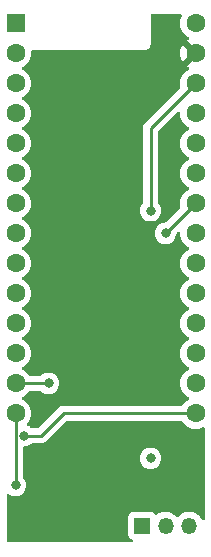
<source format=gbr>
%TF.GenerationSoftware,KiCad,Pcbnew,(6.0.2-0)*%
%TF.CreationDate,2022-03-30T15:17:53-04:00*%
%TF.ProjectId,dream_controller,64726561-6d5f-4636-9f6e-74726f6c6c65,rev?*%
%TF.SameCoordinates,Original*%
%TF.FileFunction,Copper,L2,Bot*%
%TF.FilePolarity,Positive*%
%FSLAX46Y46*%
G04 Gerber Fmt 4.6, Leading zero omitted, Abs format (unit mm)*
G04 Created by KiCad (PCBNEW (6.0.2-0)) date 2022-03-30 15:17:53*
%MOMM*%
%LPD*%
G01*
G04 APERTURE LIST*
%TA.AperFunction,ComponentPad*%
%ADD10R,1.600000X1.600000*%
%TD*%
%TA.AperFunction,ComponentPad*%
%ADD11C,1.600000*%
%TD*%
%TA.AperFunction,ComponentPad*%
%ADD12R,1.350000X1.350000*%
%TD*%
%TA.AperFunction,ComponentPad*%
%ADD13O,1.350000X1.350000*%
%TD*%
%TA.AperFunction,ViaPad*%
%ADD14C,0.800000*%
%TD*%
%TA.AperFunction,Conductor*%
%ADD15C,0.250000*%
%TD*%
G04 APERTURE END LIST*
D10*
%TO.P,U1,1,GND*%
%TO.N,GND*%
X127000000Y-86360000D03*
D11*
%TO.P,U1,2,0_RX1_MOSI1_Touch*%
%TO.N,/DAC_DATA*%
X127000000Y-88900000D03*
%TO.P,U1,3,1_TX1_MISO1_Touch*%
%TO.N,unconnected-(U1-Pad3)*%
X127000000Y-91440000D03*
%TO.P,U1,4,2*%
%TO.N,/DAC_LATCH*%
X127000000Y-93980000D03*
%TO.P,U1,5,3_RX1_PWM_Touch*%
%TO.N,unconnected-(U1-Pad5)*%
X127000000Y-96520000D03*
%TO.P,U1,6,4_TX1_PWM_Touch*%
%TO.N,unconnected-(U1-Pad6)*%
X127000000Y-99060000D03*
%TO.P,U1,7,5_TX1_MISO1*%
%TO.N,unconnected-(U1-Pad7)*%
X127000000Y-101600000D03*
%TO.P,U1,8,6_RX3_CS1_PWM*%
%TO.N,unconnected-(U1-Pad8)*%
X127000000Y-104140000D03*
%TO.P,U1,9,7_RX3_MOSI0*%
%TO.N,unconnected-(U1-Pad9)*%
X127000000Y-106680000D03*
%TO.P,U1,10,8_TX3_MISO0*%
%TO.N,unconnected-(U1-Pad10)*%
X127000000Y-109220000D03*
%TO.P,U1,11,9_RX2_PWM*%
%TO.N,/CAP_DR*%
X127000000Y-111760000D03*
%TO.P,U1,12,10_TX2_CS0_PWM*%
%TO.N,/CAP_CS*%
X127000000Y-114300000D03*
%TO.P,U1,13,11_MOSI0*%
%TO.N,/CAP_COPI*%
X127000000Y-116840000D03*
%TO.P,U1,14,12_MISO0*%
%TO.N,/CAP_CIPO*%
X127000000Y-119380000D03*
%TO.P,U1,20,13_LED_SCK0*%
%TO.N,/CAP_CLK*%
X142240000Y-119380000D03*
%TO.P,U1,21,14_A0_SCK0*%
%TO.N,unconnected-(U1-Pad21)*%
X142240000Y-116840000D03*
%TO.P,U1,22,15_A1_Touch*%
%TO.N,unconnected-(U1-Pad22)*%
X142240000Y-114300000D03*
%TO.P,U1,23,16_A2_SCL0_PWM_Touch*%
%TO.N,unconnected-(U1-Pad23)*%
X142240000Y-111760000D03*
%TO.P,U1,24,17_A3_SDA0_PWM_Touch*%
%TO.N,unconnected-(U1-Pad24)*%
X142240000Y-109220000D03*
%TO.P,U1,25,18_A4_SDA0_Touch*%
%TO.N,unconnected-(U1-Pad25)*%
X142240000Y-106680000D03*
%TO.P,U1,26,19_A5_SCL0_Touch*%
%TO.N,unconnected-(U1-Pad26)*%
X142240000Y-104140000D03*
%TO.P,U1,27,20_A6_SCK1_PWM_TX3*%
%TO.N,/DAC_CLK*%
X142240000Y-101600000D03*
%TO.P,U1,28,21_A7_MOSI1_RX1*%
%TO.N,unconnected-(U1-Pad28)*%
X142240000Y-99060000D03*
%TO.P,U1,29,22_A8_SCL1_PWM_Touch*%
%TO.N,unconnected-(U1-Pad29)*%
X142240000Y-96520000D03*
%TO.P,U1,30,23_A9_SDA1_PWM_Touch*%
%TO.N,unconnected-(U1-Pad30)*%
X142240000Y-93980000D03*
%TO.P,U1,31,3.3V*%
%TO.N,+3V3*%
X142240000Y-91440000D03*
%TO.P,U1,32,GND*%
%TO.N,GND*%
X142240000Y-88900000D03*
%TO.P,U1,33,Vin*%
%TO.N,/VIN*%
X142240000Y-86360000D03*
%TD*%
D12*
%TO.P,J2,1,Pin_1*%
%TO.N,/VREF*%
X137700000Y-128905000D03*
D13*
%TO.P,J2,2,Pin_2*%
%TO.N,/POT_X*%
X139700000Y-128905000D03*
%TO.P,J2,3,Pin_3*%
%TO.N,/POT_Y*%
X141700000Y-128905000D03*
%TD*%
D14*
%TO.N,+3V3*%
X138430000Y-123190000D03*
X138430000Y-102235000D03*
%TO.N,GND*%
X138176000Y-125476000D03*
X132080000Y-120650000D03*
X129540000Y-93980000D03*
X139700000Y-87630000D03*
X133350000Y-97790000D03*
X136525000Y-100965000D03*
X140335000Y-95250000D03*
X134620000Y-114300000D03*
X132080000Y-111760000D03*
X129540000Y-109220000D03*
X129540000Y-104140000D03*
X135255000Y-120650000D03*
X139700000Y-90170000D03*
X137160000Y-97155000D03*
X134620000Y-109220000D03*
X129540000Y-99060000D03*
X131445000Y-118110000D03*
X140335000Y-97790000D03*
X132080000Y-106680000D03*
X132334000Y-125259500D03*
X141170107Y-125039994D03*
X140335000Y-100330000D03*
X129286000Y-89408000D03*
X134620000Y-104140000D03*
X135255000Y-118110000D03*
%TO.N,/CAP_COPI*%
X129794000Y-116840000D03*
%TO.N,/CAP_CIPO*%
X127000000Y-125476000D03*
%TO.N,/CAP_CLK*%
X127724500Y-121285000D03*
%TO.N,/DAC_CLK*%
X139700000Y-104140000D03*
%TD*%
D15*
%TO.N,+3V3*%
X138430000Y-102235000D02*
X138430000Y-95250000D01*
X138430000Y-95250000D02*
X142240000Y-91440000D01*
%TO.N,/CAP_COPI*%
X129794000Y-116840000D02*
X127000000Y-116840000D01*
%TO.N,/CAP_CIPO*%
X127000000Y-125476000D02*
X127000000Y-119380000D01*
%TO.N,/CAP_CLK*%
X131064000Y-119380000D02*
X142240000Y-119380000D01*
X127724500Y-121285000D02*
X129159000Y-121285000D01*
X129159000Y-121285000D02*
X131064000Y-119380000D01*
%TO.N,/DAC_CLK*%
X139700000Y-104140000D02*
X142240000Y-101600000D01*
%TD*%
%TA.AperFunction,Conductor*%
%TO.N,GND*%
G36*
X141088727Y-120033502D02*
G01*
X141123819Y-120067229D01*
X141233802Y-120224300D01*
X141395700Y-120386198D01*
X141400208Y-120389355D01*
X141400211Y-120389357D01*
X141460356Y-120431471D01*
X141583251Y-120517523D01*
X141588233Y-120519846D01*
X141588238Y-120519849D01*
X141773279Y-120606134D01*
X141790757Y-120614284D01*
X141796065Y-120615706D01*
X141796067Y-120615707D01*
X142006598Y-120672119D01*
X142006600Y-120672119D01*
X142011913Y-120673543D01*
X142240000Y-120693498D01*
X142468087Y-120673543D01*
X142473400Y-120672119D01*
X142473402Y-120672119D01*
X142683933Y-120615707D01*
X142683935Y-120615706D01*
X142689243Y-120614284D01*
X142715040Y-120602255D01*
X142822750Y-120552029D01*
X142892942Y-120541368D01*
X142957755Y-120570348D01*
X142996611Y-120629768D01*
X143002000Y-120666224D01*
X143002000Y-128328766D01*
X142981998Y-128396887D01*
X142928342Y-128443380D01*
X142858068Y-128453484D01*
X142793488Y-128423990D01*
X142762994Y-128384494D01*
X142715978Y-128289155D01*
X142713423Y-128283974D01*
X142600100Y-128132215D01*
X142586733Y-128114315D01*
X142586732Y-128114314D01*
X142583280Y-128109691D01*
X142455641Y-127991703D01*
X142427796Y-127965963D01*
X142427793Y-127965961D01*
X142423556Y-127962044D01*
X142239599Y-127845976D01*
X142037572Y-127765376D01*
X141824239Y-127722941D01*
X141818464Y-127722865D01*
X141818460Y-127722865D01*
X141709419Y-127721438D01*
X141606746Y-127720094D01*
X141601049Y-127721073D01*
X141601048Y-127721073D01*
X141398065Y-127755952D01*
X141398062Y-127755953D01*
X141392375Y-127756930D01*
X141188307Y-127832214D01*
X141001376Y-127943427D01*
X140837842Y-128086842D01*
X140834270Y-128091372D01*
X140834269Y-128091374D01*
X140800007Y-128134834D01*
X140742125Y-128175947D01*
X140671205Y-128179239D01*
X140609763Y-128143667D01*
X140600100Y-128132215D01*
X140586737Y-128114319D01*
X140586730Y-128114312D01*
X140583280Y-128109691D01*
X140455641Y-127991703D01*
X140427796Y-127965963D01*
X140427793Y-127965961D01*
X140423556Y-127962044D01*
X140239599Y-127845976D01*
X140037572Y-127765376D01*
X139824239Y-127722941D01*
X139818464Y-127722865D01*
X139818460Y-127722865D01*
X139709419Y-127721438D01*
X139606746Y-127720094D01*
X139601049Y-127721073D01*
X139601048Y-127721073D01*
X139398065Y-127755952D01*
X139398062Y-127755953D01*
X139392375Y-127756930D01*
X139188307Y-127832214D01*
X139001376Y-127943427D01*
X138997032Y-127947237D01*
X138979592Y-127962531D01*
X138915188Y-127992408D01*
X138844855Y-127982722D01*
X138795689Y-127943365D01*
X138793522Y-127940473D01*
X138738261Y-127866739D01*
X138621705Y-127779385D01*
X138485316Y-127728255D01*
X138423134Y-127721500D01*
X136976866Y-127721500D01*
X136914684Y-127728255D01*
X136778295Y-127779385D01*
X136661739Y-127866739D01*
X136574385Y-127983295D01*
X136523255Y-128119684D01*
X136516500Y-128181866D01*
X136516500Y-129628134D01*
X136523255Y-129690316D01*
X136574385Y-129826705D01*
X136661739Y-129943261D01*
X136778295Y-130030615D01*
X136786703Y-130033767D01*
X136851392Y-130058018D01*
X136908156Y-130100660D01*
X136932856Y-130167221D01*
X136917648Y-130236570D01*
X136867362Y-130286688D01*
X136807162Y-130302000D01*
X126364000Y-130302000D01*
X126295879Y-130281998D01*
X126249386Y-130228342D01*
X126238000Y-130176000D01*
X126238000Y-126292631D01*
X126258002Y-126224510D01*
X126311658Y-126178017D01*
X126381932Y-126167913D01*
X126438061Y-126190695D01*
X126543248Y-126267118D01*
X126549276Y-126269802D01*
X126549278Y-126269803D01*
X126600551Y-126292631D01*
X126717712Y-126344794D01*
X126811113Y-126364647D01*
X126898056Y-126383128D01*
X126898061Y-126383128D01*
X126904513Y-126384500D01*
X127095487Y-126384500D01*
X127101939Y-126383128D01*
X127101944Y-126383128D01*
X127188887Y-126364647D01*
X127282288Y-126344794D01*
X127399449Y-126292631D01*
X127450722Y-126269803D01*
X127450724Y-126269802D01*
X127456752Y-126267118D01*
X127611253Y-126154866D01*
X127739040Y-126012944D01*
X127834527Y-125847556D01*
X127893542Y-125665928D01*
X127913504Y-125476000D01*
X127893542Y-125286072D01*
X127834527Y-125104444D01*
X127739040Y-124939056D01*
X127665863Y-124857785D01*
X127635147Y-124793779D01*
X127633500Y-124773476D01*
X127633500Y-123190000D01*
X137516496Y-123190000D01*
X137536458Y-123379928D01*
X137595473Y-123561556D01*
X137690960Y-123726944D01*
X137818747Y-123868866D01*
X137973248Y-123981118D01*
X137979276Y-123983802D01*
X137979278Y-123983803D01*
X138141681Y-124056109D01*
X138147712Y-124058794D01*
X138241112Y-124078647D01*
X138328056Y-124097128D01*
X138328061Y-124097128D01*
X138334513Y-124098500D01*
X138525487Y-124098500D01*
X138531939Y-124097128D01*
X138531944Y-124097128D01*
X138618888Y-124078647D01*
X138712288Y-124058794D01*
X138718319Y-124056109D01*
X138880722Y-123983803D01*
X138880724Y-123983802D01*
X138886752Y-123981118D01*
X139041253Y-123868866D01*
X139169040Y-123726944D01*
X139264527Y-123561556D01*
X139323542Y-123379928D01*
X139343504Y-123190000D01*
X139323542Y-123000072D01*
X139264527Y-122818444D01*
X139169040Y-122653056D01*
X139041253Y-122511134D01*
X138886752Y-122398882D01*
X138880724Y-122396198D01*
X138880722Y-122396197D01*
X138718319Y-122323891D01*
X138718318Y-122323891D01*
X138712288Y-122321206D01*
X138618887Y-122301353D01*
X138531944Y-122282872D01*
X138531939Y-122282872D01*
X138525487Y-122281500D01*
X138334513Y-122281500D01*
X138328061Y-122282872D01*
X138328056Y-122282872D01*
X138241113Y-122301353D01*
X138147712Y-122321206D01*
X138141682Y-122323891D01*
X138141681Y-122323891D01*
X137979278Y-122396197D01*
X137979276Y-122396198D01*
X137973248Y-122398882D01*
X137818747Y-122511134D01*
X137690960Y-122653056D01*
X137595473Y-122818444D01*
X137536458Y-123000072D01*
X137516496Y-123190000D01*
X127633500Y-123190000D01*
X127633500Y-122319500D01*
X127653502Y-122251379D01*
X127707158Y-122204886D01*
X127759500Y-122193500D01*
X127819987Y-122193500D01*
X127826439Y-122192128D01*
X127826444Y-122192128D01*
X127913388Y-122173647D01*
X128006788Y-122153794D01*
X128012819Y-122151109D01*
X128175222Y-122078803D01*
X128175224Y-122078802D01*
X128181252Y-122076118D01*
X128335753Y-121963866D01*
X128340168Y-121958963D01*
X128345080Y-121954540D01*
X128346205Y-121955789D01*
X128399514Y-121922949D01*
X128432700Y-121918500D01*
X129080233Y-121918500D01*
X129091416Y-121919027D01*
X129098909Y-121920702D01*
X129106835Y-121920453D01*
X129106836Y-121920453D01*
X129166986Y-121918562D01*
X129170945Y-121918500D01*
X129198856Y-121918500D01*
X129202791Y-121918003D01*
X129202856Y-121917995D01*
X129214693Y-121917062D01*
X129246951Y-121916048D01*
X129250970Y-121915922D01*
X129258889Y-121915673D01*
X129278343Y-121910021D01*
X129297700Y-121906013D01*
X129309930Y-121904468D01*
X129309931Y-121904468D01*
X129317797Y-121903474D01*
X129325168Y-121900555D01*
X129325170Y-121900555D01*
X129358912Y-121887196D01*
X129370142Y-121883351D01*
X129404983Y-121873229D01*
X129404984Y-121873229D01*
X129412593Y-121871018D01*
X129419412Y-121866985D01*
X129419417Y-121866983D01*
X129430028Y-121860707D01*
X129447776Y-121852012D01*
X129466617Y-121844552D01*
X129502387Y-121818564D01*
X129512307Y-121812048D01*
X129543535Y-121793580D01*
X129543538Y-121793578D01*
X129550362Y-121789542D01*
X129564683Y-121775221D01*
X129579717Y-121762380D01*
X129589694Y-121755131D01*
X129596107Y-121750472D01*
X129624298Y-121716395D01*
X129632288Y-121707616D01*
X131289500Y-120050405D01*
X131351812Y-120016379D01*
X131378595Y-120013500D01*
X141020606Y-120013500D01*
X141088727Y-120033502D01*
G37*
%TD.AperFunction*%
%TA.AperFunction,Conductor*%
G36*
X141021897Y-85618002D02*
G01*
X141068390Y-85671658D01*
X141078494Y-85741932D01*
X141067971Y-85777250D01*
X141005716Y-85910757D01*
X140946457Y-86131913D01*
X140926502Y-86360000D01*
X140946457Y-86588087D01*
X141005716Y-86809243D01*
X141008039Y-86814224D01*
X141008039Y-86814225D01*
X141100151Y-87011762D01*
X141100154Y-87011767D01*
X141102477Y-87016749D01*
X141233802Y-87204300D01*
X141395700Y-87366198D01*
X141400208Y-87369355D01*
X141400211Y-87369357D01*
X141478000Y-87423825D01*
X141583251Y-87497523D01*
X141588233Y-87499846D01*
X141588238Y-87499849D01*
X141623049Y-87516081D01*
X141676334Y-87562998D01*
X141695795Y-87631275D01*
X141675253Y-87699235D01*
X141623049Y-87744471D01*
X141588489Y-87760586D01*
X141578994Y-87766069D01*
X141526952Y-87802509D01*
X141518576Y-87812988D01*
X141525644Y-87826434D01*
X142510115Y-88810905D01*
X142544141Y-88873217D01*
X142539076Y-88944032D01*
X142510115Y-88989095D01*
X141524923Y-89974287D01*
X141518493Y-89986062D01*
X141527789Y-89998077D01*
X141578994Y-90033931D01*
X141588489Y-90039414D01*
X141623049Y-90055529D01*
X141676334Y-90102446D01*
X141695795Y-90170723D01*
X141675253Y-90238683D01*
X141623049Y-90283919D01*
X141588238Y-90300151D01*
X141588233Y-90300154D01*
X141583251Y-90302477D01*
X141478389Y-90375902D01*
X141400211Y-90430643D01*
X141400208Y-90430645D01*
X141395700Y-90433802D01*
X141233802Y-90595700D01*
X141102477Y-90783251D01*
X141100154Y-90788233D01*
X141100151Y-90788238D01*
X141008039Y-90985775D01*
X141005716Y-90990757D01*
X140946457Y-91211913D01*
X140926502Y-91440000D01*
X140946457Y-91668087D01*
X140947880Y-91673398D01*
X140947882Y-91673409D01*
X140963459Y-91731541D01*
X140961770Y-91802517D01*
X140930848Y-91853248D01*
X138037747Y-94746348D01*
X138029461Y-94753888D01*
X138022982Y-94758000D01*
X138017557Y-94763777D01*
X137976357Y-94807651D01*
X137973602Y-94810493D01*
X137953865Y-94830230D01*
X137951385Y-94833427D01*
X137943682Y-94842447D01*
X137913414Y-94874679D01*
X137909595Y-94881625D01*
X137909593Y-94881628D01*
X137903652Y-94892434D01*
X137892801Y-94908953D01*
X137880386Y-94924959D01*
X137877241Y-94932228D01*
X137877238Y-94932232D01*
X137862826Y-94965537D01*
X137857609Y-94976187D01*
X137836305Y-95014940D01*
X137834334Y-95022615D01*
X137834334Y-95022616D01*
X137831267Y-95034562D01*
X137824863Y-95053266D01*
X137816819Y-95071855D01*
X137815580Y-95079678D01*
X137815577Y-95079688D01*
X137809901Y-95115524D01*
X137807495Y-95127144D01*
X137798472Y-95162289D01*
X137796500Y-95169970D01*
X137796500Y-95190224D01*
X137794949Y-95209934D01*
X137791780Y-95229943D01*
X137792526Y-95237835D01*
X137795941Y-95273961D01*
X137796500Y-95285819D01*
X137796500Y-101532476D01*
X137776498Y-101600597D01*
X137764142Y-101616779D01*
X137690960Y-101698056D01*
X137595473Y-101863444D01*
X137536458Y-102045072D01*
X137516496Y-102235000D01*
X137536458Y-102424928D01*
X137595473Y-102606556D01*
X137690960Y-102771944D01*
X137818747Y-102913866D01*
X137973248Y-103026118D01*
X137979276Y-103028802D01*
X137979278Y-103028803D01*
X138085678Y-103076175D01*
X138147712Y-103103794D01*
X138241113Y-103123647D01*
X138328056Y-103142128D01*
X138328061Y-103142128D01*
X138334513Y-103143500D01*
X138525487Y-103143500D01*
X138531939Y-103142128D01*
X138531944Y-103142128D01*
X138618888Y-103123647D01*
X138712288Y-103103794D01*
X138774322Y-103076175D01*
X138880722Y-103028803D01*
X138880724Y-103028802D01*
X138886752Y-103026118D01*
X139041253Y-102913866D01*
X139169040Y-102771944D01*
X139264527Y-102606556D01*
X139323542Y-102424928D01*
X139343504Y-102235000D01*
X139323542Y-102045072D01*
X139264527Y-101863444D01*
X139169040Y-101698056D01*
X139095863Y-101616785D01*
X139065147Y-101552779D01*
X139063500Y-101532476D01*
X139063500Y-95564594D01*
X139083502Y-95496473D01*
X139100405Y-95475499D01*
X140713411Y-93862493D01*
X140775723Y-93828467D01*
X140846538Y-93833532D01*
X140903374Y-93876079D01*
X140928185Y-93942599D01*
X140928026Y-93962570D01*
X140926981Y-93974514D01*
X140926981Y-93974525D01*
X140926502Y-93980000D01*
X140946457Y-94208087D01*
X141005716Y-94429243D01*
X141008039Y-94434224D01*
X141008039Y-94434225D01*
X141100151Y-94631762D01*
X141100154Y-94631767D01*
X141102477Y-94636749D01*
X141233802Y-94824300D01*
X141395700Y-94986198D01*
X141400208Y-94989355D01*
X141400211Y-94989357D01*
X141447710Y-95022616D01*
X141583251Y-95117523D01*
X141588233Y-95119846D01*
X141588238Y-95119849D01*
X141622457Y-95135805D01*
X141675742Y-95182722D01*
X141695203Y-95250999D01*
X141674661Y-95318959D01*
X141622457Y-95364195D01*
X141588238Y-95380151D01*
X141588233Y-95380154D01*
X141583251Y-95382477D01*
X141478389Y-95455902D01*
X141400211Y-95510643D01*
X141400208Y-95510645D01*
X141395700Y-95513802D01*
X141233802Y-95675700D01*
X141102477Y-95863251D01*
X141100154Y-95868233D01*
X141100151Y-95868238D01*
X141008039Y-96065775D01*
X141005716Y-96070757D01*
X140946457Y-96291913D01*
X140926502Y-96520000D01*
X140946457Y-96748087D01*
X141005716Y-96969243D01*
X141008039Y-96974224D01*
X141008039Y-96974225D01*
X141100151Y-97171762D01*
X141100154Y-97171767D01*
X141102477Y-97176749D01*
X141233802Y-97364300D01*
X141395700Y-97526198D01*
X141400208Y-97529355D01*
X141400211Y-97529357D01*
X141478000Y-97583825D01*
X141583251Y-97657523D01*
X141588233Y-97659846D01*
X141588238Y-97659849D01*
X141622457Y-97675805D01*
X141675742Y-97722722D01*
X141695203Y-97790999D01*
X141674661Y-97858959D01*
X141622457Y-97904195D01*
X141588238Y-97920151D01*
X141588233Y-97920154D01*
X141583251Y-97922477D01*
X141478389Y-97995902D01*
X141400211Y-98050643D01*
X141400208Y-98050645D01*
X141395700Y-98053802D01*
X141233802Y-98215700D01*
X141102477Y-98403251D01*
X141100154Y-98408233D01*
X141100151Y-98408238D01*
X141008039Y-98605775D01*
X141005716Y-98610757D01*
X140946457Y-98831913D01*
X140926502Y-99060000D01*
X140946457Y-99288087D01*
X141005716Y-99509243D01*
X141008039Y-99514224D01*
X141008039Y-99514225D01*
X141100151Y-99711762D01*
X141100154Y-99711767D01*
X141102477Y-99716749D01*
X141233802Y-99904300D01*
X141395700Y-100066198D01*
X141400208Y-100069355D01*
X141400211Y-100069357D01*
X141478000Y-100123825D01*
X141583251Y-100197523D01*
X141588233Y-100199846D01*
X141588238Y-100199849D01*
X141622457Y-100215805D01*
X141675742Y-100262722D01*
X141695203Y-100330999D01*
X141674661Y-100398959D01*
X141622457Y-100444195D01*
X141588238Y-100460151D01*
X141588233Y-100460154D01*
X141583251Y-100462477D01*
X141478389Y-100535902D01*
X141400211Y-100590643D01*
X141400208Y-100590645D01*
X141395700Y-100593802D01*
X141233802Y-100755700D01*
X141102477Y-100943251D01*
X141100154Y-100948233D01*
X141100151Y-100948238D01*
X141008039Y-101145775D01*
X141005716Y-101150757D01*
X140946457Y-101371913D01*
X140926502Y-101600000D01*
X140946457Y-101828087D01*
X140963460Y-101891541D01*
X140961770Y-101962518D01*
X140930848Y-102013247D01*
X139749500Y-103194595D01*
X139687188Y-103228621D01*
X139660405Y-103231500D01*
X139604513Y-103231500D01*
X139598061Y-103232872D01*
X139598056Y-103232872D01*
X139511113Y-103251353D01*
X139417712Y-103271206D01*
X139411682Y-103273891D01*
X139411681Y-103273891D01*
X139249278Y-103346197D01*
X139249276Y-103346198D01*
X139243248Y-103348882D01*
X139088747Y-103461134D01*
X138960960Y-103603056D01*
X138865473Y-103768444D01*
X138806458Y-103950072D01*
X138805768Y-103956633D01*
X138805768Y-103956635D01*
X138801890Y-103993532D01*
X138786496Y-104140000D01*
X138806458Y-104329928D01*
X138865473Y-104511556D01*
X138960960Y-104676944D01*
X139088747Y-104818866D01*
X139243248Y-104931118D01*
X139249276Y-104933802D01*
X139249278Y-104933803D01*
X139352565Y-104979789D01*
X139417712Y-105008794D01*
X139511113Y-105028647D01*
X139598056Y-105047128D01*
X139598061Y-105047128D01*
X139604513Y-105048500D01*
X139795487Y-105048500D01*
X139801939Y-105047128D01*
X139801944Y-105047128D01*
X139888888Y-105028647D01*
X139982288Y-105008794D01*
X140047435Y-104979789D01*
X140150722Y-104933803D01*
X140150724Y-104933802D01*
X140156752Y-104931118D01*
X140311253Y-104818866D01*
X140439040Y-104676944D01*
X140534527Y-104511556D01*
X140593542Y-104329928D01*
X140610907Y-104164706D01*
X140637920Y-104099050D01*
X140647122Y-104088782D01*
X140713411Y-104022493D01*
X140775723Y-103988467D01*
X140846538Y-103993532D01*
X140903374Y-104036079D01*
X140928185Y-104102599D01*
X140928026Y-104122570D01*
X140926981Y-104134514D01*
X140926981Y-104134525D01*
X140926502Y-104140000D01*
X140946457Y-104368087D01*
X140947881Y-104373400D01*
X140947881Y-104373402D01*
X140983216Y-104505271D01*
X141005716Y-104589243D01*
X141008039Y-104594224D01*
X141008039Y-104594225D01*
X141100151Y-104791762D01*
X141100154Y-104791767D01*
X141102477Y-104796749D01*
X141175902Y-104901611D01*
X141198444Y-104933803D01*
X141233802Y-104984300D01*
X141395700Y-105146198D01*
X141400208Y-105149355D01*
X141400211Y-105149357D01*
X141478000Y-105203825D01*
X141583251Y-105277523D01*
X141588233Y-105279846D01*
X141588238Y-105279849D01*
X141622457Y-105295805D01*
X141675742Y-105342722D01*
X141695203Y-105410999D01*
X141674661Y-105478959D01*
X141622457Y-105524195D01*
X141588238Y-105540151D01*
X141588233Y-105540154D01*
X141583251Y-105542477D01*
X141478389Y-105615902D01*
X141400211Y-105670643D01*
X141400208Y-105670645D01*
X141395700Y-105673802D01*
X141233802Y-105835700D01*
X141102477Y-106023251D01*
X141100154Y-106028233D01*
X141100151Y-106028238D01*
X141008039Y-106225775D01*
X141005716Y-106230757D01*
X140946457Y-106451913D01*
X140926502Y-106680000D01*
X140946457Y-106908087D01*
X141005716Y-107129243D01*
X141008039Y-107134224D01*
X141008039Y-107134225D01*
X141100151Y-107331762D01*
X141100154Y-107331767D01*
X141102477Y-107336749D01*
X141233802Y-107524300D01*
X141395700Y-107686198D01*
X141400208Y-107689355D01*
X141400211Y-107689357D01*
X141478000Y-107743825D01*
X141583251Y-107817523D01*
X141588233Y-107819846D01*
X141588238Y-107819849D01*
X141622457Y-107835805D01*
X141675742Y-107882722D01*
X141695203Y-107950999D01*
X141674661Y-108018959D01*
X141622457Y-108064195D01*
X141588238Y-108080151D01*
X141588233Y-108080154D01*
X141583251Y-108082477D01*
X141478389Y-108155902D01*
X141400211Y-108210643D01*
X141400208Y-108210645D01*
X141395700Y-108213802D01*
X141233802Y-108375700D01*
X141102477Y-108563251D01*
X141100154Y-108568233D01*
X141100151Y-108568238D01*
X141008039Y-108765775D01*
X141005716Y-108770757D01*
X140946457Y-108991913D01*
X140926502Y-109220000D01*
X140946457Y-109448087D01*
X141005716Y-109669243D01*
X141008039Y-109674224D01*
X141008039Y-109674225D01*
X141100151Y-109871762D01*
X141100154Y-109871767D01*
X141102477Y-109876749D01*
X141233802Y-110064300D01*
X141395700Y-110226198D01*
X141400208Y-110229355D01*
X141400211Y-110229357D01*
X141478000Y-110283825D01*
X141583251Y-110357523D01*
X141588233Y-110359846D01*
X141588238Y-110359849D01*
X141622457Y-110375805D01*
X141675742Y-110422722D01*
X141695203Y-110490999D01*
X141674661Y-110558959D01*
X141622457Y-110604195D01*
X141588238Y-110620151D01*
X141588233Y-110620154D01*
X141583251Y-110622477D01*
X141478389Y-110695902D01*
X141400211Y-110750643D01*
X141400208Y-110750645D01*
X141395700Y-110753802D01*
X141233802Y-110915700D01*
X141102477Y-111103251D01*
X141100154Y-111108233D01*
X141100151Y-111108238D01*
X141008039Y-111305775D01*
X141005716Y-111310757D01*
X140946457Y-111531913D01*
X140926502Y-111760000D01*
X140946457Y-111988087D01*
X141005716Y-112209243D01*
X141008039Y-112214224D01*
X141008039Y-112214225D01*
X141100151Y-112411762D01*
X141100154Y-112411767D01*
X141102477Y-112416749D01*
X141233802Y-112604300D01*
X141395700Y-112766198D01*
X141400208Y-112769355D01*
X141400211Y-112769357D01*
X141478000Y-112823825D01*
X141583251Y-112897523D01*
X141588233Y-112899846D01*
X141588238Y-112899849D01*
X141622457Y-112915805D01*
X141675742Y-112962722D01*
X141695203Y-113030999D01*
X141674661Y-113098959D01*
X141622457Y-113144195D01*
X141588238Y-113160151D01*
X141588233Y-113160154D01*
X141583251Y-113162477D01*
X141478389Y-113235902D01*
X141400211Y-113290643D01*
X141400208Y-113290645D01*
X141395700Y-113293802D01*
X141233802Y-113455700D01*
X141102477Y-113643251D01*
X141100154Y-113648233D01*
X141100151Y-113648238D01*
X141008039Y-113845775D01*
X141005716Y-113850757D01*
X140946457Y-114071913D01*
X140926502Y-114300000D01*
X140946457Y-114528087D01*
X141005716Y-114749243D01*
X141008039Y-114754224D01*
X141008039Y-114754225D01*
X141100151Y-114951762D01*
X141100154Y-114951767D01*
X141102477Y-114956749D01*
X141233802Y-115144300D01*
X141395700Y-115306198D01*
X141400208Y-115309355D01*
X141400211Y-115309357D01*
X141478000Y-115363825D01*
X141583251Y-115437523D01*
X141588233Y-115439846D01*
X141588238Y-115439849D01*
X141622457Y-115455805D01*
X141675742Y-115502722D01*
X141695203Y-115570999D01*
X141674661Y-115638959D01*
X141622457Y-115684195D01*
X141588238Y-115700151D01*
X141588233Y-115700154D01*
X141583251Y-115702477D01*
X141478389Y-115775902D01*
X141400211Y-115830643D01*
X141400208Y-115830645D01*
X141395700Y-115833802D01*
X141233802Y-115995700D01*
X141230645Y-116000208D01*
X141230643Y-116000211D01*
X141196563Y-116048882D01*
X141102477Y-116183251D01*
X141100154Y-116188233D01*
X141100151Y-116188238D01*
X141048900Y-116298148D01*
X141005716Y-116390757D01*
X141004294Y-116396065D01*
X141004293Y-116396067D01*
X140947881Y-116606598D01*
X140946457Y-116611913D01*
X140926502Y-116840000D01*
X140946457Y-117068087D01*
X140947881Y-117073400D01*
X140947881Y-117073402D01*
X140983216Y-117205271D01*
X141005716Y-117289243D01*
X141008039Y-117294224D01*
X141008039Y-117294225D01*
X141100151Y-117491762D01*
X141100154Y-117491767D01*
X141102477Y-117496749D01*
X141175902Y-117601611D01*
X141198444Y-117633803D01*
X141233802Y-117684300D01*
X141395700Y-117846198D01*
X141400208Y-117849355D01*
X141400211Y-117849357D01*
X141478000Y-117903825D01*
X141583251Y-117977523D01*
X141588233Y-117979846D01*
X141588238Y-117979849D01*
X141622457Y-117995805D01*
X141675742Y-118042722D01*
X141695203Y-118110999D01*
X141674661Y-118178959D01*
X141622457Y-118224195D01*
X141588238Y-118240151D01*
X141588233Y-118240154D01*
X141583251Y-118242477D01*
X141478389Y-118315902D01*
X141400211Y-118370643D01*
X141400208Y-118370645D01*
X141395700Y-118373802D01*
X141233802Y-118535700D01*
X141230645Y-118540208D01*
X141230643Y-118540211D01*
X141123819Y-118692771D01*
X141068362Y-118737099D01*
X141020606Y-118746500D01*
X131142767Y-118746500D01*
X131131584Y-118745973D01*
X131124091Y-118744298D01*
X131116165Y-118744547D01*
X131116164Y-118744547D01*
X131056001Y-118746438D01*
X131052043Y-118746500D01*
X131024144Y-118746500D01*
X131020154Y-118747004D01*
X131008320Y-118747936D01*
X130964111Y-118749326D01*
X130956497Y-118751538D01*
X130956492Y-118751539D01*
X130944659Y-118754977D01*
X130925296Y-118758988D01*
X130905203Y-118761526D01*
X130897836Y-118764443D01*
X130897831Y-118764444D01*
X130864092Y-118777802D01*
X130852865Y-118781646D01*
X130810407Y-118793982D01*
X130803581Y-118798019D01*
X130792972Y-118804293D01*
X130775224Y-118812988D01*
X130756383Y-118820448D01*
X130749967Y-118825110D01*
X130749966Y-118825110D01*
X130720613Y-118846436D01*
X130710693Y-118852952D01*
X130679465Y-118871420D01*
X130679462Y-118871422D01*
X130672638Y-118875458D01*
X130658317Y-118889779D01*
X130643284Y-118902619D01*
X130626893Y-118914528D01*
X130598702Y-118948605D01*
X130590712Y-118957384D01*
X128933500Y-120614595D01*
X128871188Y-120648621D01*
X128844405Y-120651500D01*
X128432700Y-120651500D01*
X128364579Y-120631498D01*
X128345353Y-120615157D01*
X128345080Y-120615460D01*
X128340168Y-120611037D01*
X128335753Y-120606134D01*
X128228712Y-120528364D01*
X128186594Y-120497763D01*
X128186593Y-120497762D01*
X128181252Y-120493882D01*
X128175224Y-120491198D01*
X128175222Y-120491197D01*
X128041075Y-120431471D01*
X127986979Y-120385491D01*
X127966330Y-120317563D01*
X127985682Y-120249255D01*
X127998990Y-120232581D01*
X127998774Y-120232400D01*
X128002302Y-120228196D01*
X128006198Y-120224300D01*
X128137523Y-120036749D01*
X128139846Y-120031767D01*
X128139849Y-120031762D01*
X128231961Y-119834225D01*
X128231961Y-119834224D01*
X128234284Y-119829243D01*
X128293543Y-119608087D01*
X128313498Y-119380000D01*
X128293543Y-119151913D01*
X128241419Y-118957384D01*
X128235707Y-118936067D01*
X128235706Y-118936065D01*
X128234284Y-118930757D01*
X128221164Y-118902620D01*
X128139849Y-118728238D01*
X128139846Y-118728233D01*
X128137523Y-118723251D01*
X128006198Y-118535700D01*
X127844300Y-118373802D01*
X127839792Y-118370645D01*
X127839789Y-118370643D01*
X127761611Y-118315902D01*
X127656749Y-118242477D01*
X127651767Y-118240154D01*
X127651762Y-118240151D01*
X127617543Y-118224195D01*
X127564258Y-118177278D01*
X127544797Y-118109001D01*
X127565339Y-118041041D01*
X127617543Y-117995805D01*
X127651762Y-117979849D01*
X127651767Y-117979846D01*
X127656749Y-117977523D01*
X127762000Y-117903825D01*
X127839789Y-117849357D01*
X127839792Y-117849355D01*
X127844300Y-117846198D01*
X128006198Y-117684300D01*
X128009357Y-117679789D01*
X128116181Y-117527229D01*
X128171638Y-117482901D01*
X128219394Y-117473500D01*
X129085800Y-117473500D01*
X129153921Y-117493502D01*
X129173147Y-117509843D01*
X129173420Y-117509540D01*
X129178332Y-117513963D01*
X129182747Y-117518866D01*
X129337248Y-117631118D01*
X129343276Y-117633802D01*
X129343278Y-117633803D01*
X129446565Y-117679789D01*
X129511712Y-117708794D01*
X129605113Y-117728647D01*
X129692056Y-117747128D01*
X129692061Y-117747128D01*
X129698513Y-117748500D01*
X129889487Y-117748500D01*
X129895939Y-117747128D01*
X129895944Y-117747128D01*
X129982887Y-117728647D01*
X130076288Y-117708794D01*
X130141435Y-117679789D01*
X130244722Y-117633803D01*
X130244724Y-117633802D01*
X130250752Y-117631118D01*
X130405253Y-117518866D01*
X130533040Y-117376944D01*
X130628527Y-117211556D01*
X130687542Y-117029928D01*
X130707504Y-116840000D01*
X130687542Y-116650072D01*
X130628527Y-116468444D01*
X130533040Y-116303056D01*
X130405253Y-116161134D01*
X130250752Y-116048882D01*
X130244724Y-116046198D01*
X130244722Y-116046197D01*
X130082319Y-115973891D01*
X130082318Y-115973891D01*
X130076288Y-115971206D01*
X129982888Y-115951353D01*
X129895944Y-115932872D01*
X129895939Y-115932872D01*
X129889487Y-115931500D01*
X129698513Y-115931500D01*
X129692061Y-115932872D01*
X129692056Y-115932872D01*
X129605112Y-115951353D01*
X129511712Y-115971206D01*
X129505682Y-115973891D01*
X129505681Y-115973891D01*
X129343278Y-116046197D01*
X129343276Y-116046198D01*
X129337248Y-116048882D01*
X129182747Y-116161134D01*
X129178332Y-116166037D01*
X129173420Y-116170460D01*
X129172295Y-116169211D01*
X129118986Y-116202051D01*
X129085800Y-116206500D01*
X128219394Y-116206500D01*
X128151273Y-116186498D01*
X128116181Y-116152771D01*
X128009357Y-116000211D01*
X128009355Y-116000208D01*
X128006198Y-115995700D01*
X127844300Y-115833802D01*
X127839792Y-115830645D01*
X127839789Y-115830643D01*
X127761611Y-115775902D01*
X127656749Y-115702477D01*
X127651767Y-115700154D01*
X127651762Y-115700151D01*
X127617543Y-115684195D01*
X127564258Y-115637278D01*
X127544797Y-115569001D01*
X127565339Y-115501041D01*
X127617543Y-115455805D01*
X127651762Y-115439849D01*
X127651767Y-115439846D01*
X127656749Y-115437523D01*
X127762000Y-115363825D01*
X127839789Y-115309357D01*
X127839792Y-115309355D01*
X127844300Y-115306198D01*
X128006198Y-115144300D01*
X128137523Y-114956749D01*
X128139846Y-114951767D01*
X128139849Y-114951762D01*
X128231961Y-114754225D01*
X128231961Y-114754224D01*
X128234284Y-114749243D01*
X128293543Y-114528087D01*
X128313498Y-114300000D01*
X128293543Y-114071913D01*
X128234284Y-113850757D01*
X128231961Y-113845775D01*
X128139849Y-113648238D01*
X128139846Y-113648233D01*
X128137523Y-113643251D01*
X128006198Y-113455700D01*
X127844300Y-113293802D01*
X127839792Y-113290645D01*
X127839789Y-113290643D01*
X127761611Y-113235902D01*
X127656749Y-113162477D01*
X127651767Y-113160154D01*
X127651762Y-113160151D01*
X127617543Y-113144195D01*
X127564258Y-113097278D01*
X127544797Y-113029001D01*
X127565339Y-112961041D01*
X127617543Y-112915805D01*
X127651762Y-112899849D01*
X127651767Y-112899846D01*
X127656749Y-112897523D01*
X127762000Y-112823825D01*
X127839789Y-112769357D01*
X127839792Y-112769355D01*
X127844300Y-112766198D01*
X128006198Y-112604300D01*
X128137523Y-112416749D01*
X128139846Y-112411767D01*
X128139849Y-112411762D01*
X128231961Y-112214225D01*
X128231961Y-112214224D01*
X128234284Y-112209243D01*
X128293543Y-111988087D01*
X128313498Y-111760000D01*
X128293543Y-111531913D01*
X128234284Y-111310757D01*
X128231961Y-111305775D01*
X128139849Y-111108238D01*
X128139846Y-111108233D01*
X128137523Y-111103251D01*
X128006198Y-110915700D01*
X127844300Y-110753802D01*
X127839792Y-110750645D01*
X127839789Y-110750643D01*
X127761611Y-110695902D01*
X127656749Y-110622477D01*
X127651767Y-110620154D01*
X127651762Y-110620151D01*
X127617543Y-110604195D01*
X127564258Y-110557278D01*
X127544797Y-110489001D01*
X127565339Y-110421041D01*
X127617543Y-110375805D01*
X127651762Y-110359849D01*
X127651767Y-110359846D01*
X127656749Y-110357523D01*
X127762000Y-110283825D01*
X127839789Y-110229357D01*
X127839792Y-110229355D01*
X127844300Y-110226198D01*
X128006198Y-110064300D01*
X128137523Y-109876749D01*
X128139846Y-109871767D01*
X128139849Y-109871762D01*
X128231961Y-109674225D01*
X128231961Y-109674224D01*
X128234284Y-109669243D01*
X128293543Y-109448087D01*
X128313498Y-109220000D01*
X128293543Y-108991913D01*
X128234284Y-108770757D01*
X128231961Y-108765775D01*
X128139849Y-108568238D01*
X128139846Y-108568233D01*
X128137523Y-108563251D01*
X128006198Y-108375700D01*
X127844300Y-108213802D01*
X127839792Y-108210645D01*
X127839789Y-108210643D01*
X127761611Y-108155902D01*
X127656749Y-108082477D01*
X127651767Y-108080154D01*
X127651762Y-108080151D01*
X127617543Y-108064195D01*
X127564258Y-108017278D01*
X127544797Y-107949001D01*
X127565339Y-107881041D01*
X127617543Y-107835805D01*
X127651762Y-107819849D01*
X127651767Y-107819846D01*
X127656749Y-107817523D01*
X127762000Y-107743825D01*
X127839789Y-107689357D01*
X127839792Y-107689355D01*
X127844300Y-107686198D01*
X128006198Y-107524300D01*
X128137523Y-107336749D01*
X128139846Y-107331767D01*
X128139849Y-107331762D01*
X128231961Y-107134225D01*
X128231961Y-107134224D01*
X128234284Y-107129243D01*
X128293543Y-106908087D01*
X128313498Y-106680000D01*
X128293543Y-106451913D01*
X128234284Y-106230757D01*
X128231961Y-106225775D01*
X128139849Y-106028238D01*
X128139846Y-106028233D01*
X128137523Y-106023251D01*
X128006198Y-105835700D01*
X127844300Y-105673802D01*
X127839792Y-105670645D01*
X127839789Y-105670643D01*
X127761611Y-105615902D01*
X127656749Y-105542477D01*
X127651767Y-105540154D01*
X127651762Y-105540151D01*
X127617543Y-105524195D01*
X127564258Y-105477278D01*
X127544797Y-105409001D01*
X127565339Y-105341041D01*
X127617543Y-105295805D01*
X127651762Y-105279849D01*
X127651767Y-105279846D01*
X127656749Y-105277523D01*
X127762000Y-105203825D01*
X127839789Y-105149357D01*
X127839792Y-105149355D01*
X127844300Y-105146198D01*
X128006198Y-104984300D01*
X128041557Y-104933803D01*
X128064098Y-104901611D01*
X128137523Y-104796749D01*
X128139846Y-104791767D01*
X128139849Y-104791762D01*
X128231961Y-104594225D01*
X128231961Y-104594224D01*
X128234284Y-104589243D01*
X128256785Y-104505271D01*
X128292119Y-104373402D01*
X128292119Y-104373400D01*
X128293543Y-104368087D01*
X128313498Y-104140000D01*
X128293543Y-103911913D01*
X128292119Y-103906598D01*
X128235707Y-103696067D01*
X128235706Y-103696065D01*
X128234284Y-103690757D01*
X128191100Y-103598148D01*
X128139849Y-103488238D01*
X128139846Y-103488233D01*
X128137523Y-103483251D01*
X128043437Y-103348882D01*
X128009357Y-103300211D01*
X128009355Y-103300208D01*
X128006198Y-103295700D01*
X127844300Y-103133802D01*
X127839792Y-103130645D01*
X127839789Y-103130643D01*
X127694346Y-103028803D01*
X127656749Y-103002477D01*
X127651767Y-103000154D01*
X127651762Y-103000151D01*
X127617543Y-102984195D01*
X127564258Y-102937278D01*
X127544797Y-102869001D01*
X127565339Y-102801041D01*
X127617543Y-102755805D01*
X127651762Y-102739849D01*
X127651767Y-102739846D01*
X127656749Y-102737523D01*
X127762000Y-102663825D01*
X127839789Y-102609357D01*
X127839792Y-102609355D01*
X127844300Y-102606198D01*
X128006198Y-102444300D01*
X128019763Y-102424928D01*
X128134366Y-102261257D01*
X128137523Y-102256749D01*
X128139846Y-102251767D01*
X128139849Y-102251762D01*
X128231961Y-102054225D01*
X128231961Y-102054224D01*
X128234284Y-102049243D01*
X128276541Y-101891541D01*
X128292119Y-101833402D01*
X128292120Y-101833398D01*
X128293543Y-101828087D01*
X128313498Y-101600000D01*
X128293543Y-101371913D01*
X128234284Y-101150757D01*
X128231961Y-101145775D01*
X128139849Y-100948238D01*
X128139846Y-100948233D01*
X128137523Y-100943251D01*
X128006198Y-100755700D01*
X127844300Y-100593802D01*
X127839792Y-100590645D01*
X127839789Y-100590643D01*
X127761611Y-100535902D01*
X127656749Y-100462477D01*
X127651767Y-100460154D01*
X127651762Y-100460151D01*
X127617543Y-100444195D01*
X127564258Y-100397278D01*
X127544797Y-100329001D01*
X127565339Y-100261041D01*
X127617543Y-100215805D01*
X127651762Y-100199849D01*
X127651767Y-100199846D01*
X127656749Y-100197523D01*
X127762000Y-100123825D01*
X127839789Y-100069357D01*
X127839792Y-100069355D01*
X127844300Y-100066198D01*
X128006198Y-99904300D01*
X128137523Y-99716749D01*
X128139846Y-99711767D01*
X128139849Y-99711762D01*
X128231961Y-99514225D01*
X128231961Y-99514224D01*
X128234284Y-99509243D01*
X128293543Y-99288087D01*
X128313498Y-99060000D01*
X128293543Y-98831913D01*
X128234284Y-98610757D01*
X128231961Y-98605775D01*
X128139849Y-98408238D01*
X128139846Y-98408233D01*
X128137523Y-98403251D01*
X128006198Y-98215700D01*
X127844300Y-98053802D01*
X127839792Y-98050645D01*
X127839789Y-98050643D01*
X127761611Y-97995902D01*
X127656749Y-97922477D01*
X127651767Y-97920154D01*
X127651762Y-97920151D01*
X127617543Y-97904195D01*
X127564258Y-97857278D01*
X127544797Y-97789001D01*
X127565339Y-97721041D01*
X127617543Y-97675805D01*
X127651762Y-97659849D01*
X127651767Y-97659846D01*
X127656749Y-97657523D01*
X127762000Y-97583825D01*
X127839789Y-97529357D01*
X127839792Y-97529355D01*
X127844300Y-97526198D01*
X128006198Y-97364300D01*
X128137523Y-97176749D01*
X128139846Y-97171767D01*
X128139849Y-97171762D01*
X128231961Y-96974225D01*
X128231961Y-96974224D01*
X128234284Y-96969243D01*
X128293543Y-96748087D01*
X128313498Y-96520000D01*
X128293543Y-96291913D01*
X128234284Y-96070757D01*
X128231961Y-96065775D01*
X128139849Y-95868238D01*
X128139846Y-95868233D01*
X128137523Y-95863251D01*
X128006198Y-95675700D01*
X127844300Y-95513802D01*
X127839792Y-95510645D01*
X127839789Y-95510643D01*
X127761611Y-95455902D01*
X127656749Y-95382477D01*
X127651767Y-95380154D01*
X127651762Y-95380151D01*
X127617543Y-95364195D01*
X127564258Y-95317278D01*
X127544797Y-95249001D01*
X127565339Y-95181041D01*
X127617543Y-95135805D01*
X127651762Y-95119849D01*
X127651767Y-95119846D01*
X127656749Y-95117523D01*
X127792290Y-95022616D01*
X127839789Y-94989357D01*
X127839792Y-94989355D01*
X127844300Y-94986198D01*
X128006198Y-94824300D01*
X128137523Y-94636749D01*
X128139846Y-94631767D01*
X128139849Y-94631762D01*
X128231961Y-94434225D01*
X128231961Y-94434224D01*
X128234284Y-94429243D01*
X128293543Y-94208087D01*
X128313498Y-93980000D01*
X128293543Y-93751913D01*
X128234284Y-93530757D01*
X128231961Y-93525775D01*
X128139849Y-93328238D01*
X128139846Y-93328233D01*
X128137523Y-93323251D01*
X128006198Y-93135700D01*
X127844300Y-92973802D01*
X127839792Y-92970645D01*
X127839789Y-92970643D01*
X127761611Y-92915902D01*
X127656749Y-92842477D01*
X127651767Y-92840154D01*
X127651762Y-92840151D01*
X127617543Y-92824195D01*
X127564258Y-92777278D01*
X127544797Y-92709001D01*
X127565339Y-92641041D01*
X127617543Y-92595805D01*
X127651762Y-92579849D01*
X127651767Y-92579846D01*
X127656749Y-92577523D01*
X127762000Y-92503825D01*
X127839789Y-92449357D01*
X127839792Y-92449355D01*
X127844300Y-92446198D01*
X128006198Y-92284300D01*
X128137523Y-92096749D01*
X128139846Y-92091767D01*
X128139849Y-92091762D01*
X128231961Y-91894225D01*
X128231961Y-91894224D01*
X128234284Y-91889243D01*
X128257523Y-91802517D01*
X128292119Y-91673402D01*
X128292119Y-91673400D01*
X128293543Y-91668087D01*
X128313498Y-91440000D01*
X128293543Y-91211913D01*
X128234284Y-90990757D01*
X128231961Y-90985775D01*
X128139849Y-90788238D01*
X128139846Y-90788233D01*
X128137523Y-90783251D01*
X128006198Y-90595700D01*
X127844300Y-90433802D01*
X127839792Y-90430645D01*
X127839789Y-90430643D01*
X127761611Y-90375902D01*
X127656749Y-90302477D01*
X127651767Y-90300154D01*
X127651762Y-90300151D01*
X127617543Y-90284195D01*
X127564258Y-90237278D01*
X127544797Y-90169001D01*
X127565339Y-90101041D01*
X127617543Y-90055805D01*
X127651762Y-90039849D01*
X127651767Y-90039846D01*
X127656749Y-90037523D01*
X127762000Y-89963825D01*
X127839789Y-89909357D01*
X127839792Y-89909355D01*
X127844300Y-89906198D01*
X128006198Y-89744300D01*
X128137523Y-89556749D01*
X128139846Y-89551767D01*
X128139849Y-89551762D01*
X128231961Y-89354225D01*
X128231961Y-89354224D01*
X128234284Y-89349243D01*
X128293543Y-89128087D01*
X128313019Y-88905475D01*
X140927483Y-88905475D01*
X140946472Y-89122519D01*
X140948375Y-89133312D01*
X141004764Y-89343761D01*
X141008510Y-89354053D01*
X141100586Y-89551511D01*
X141106069Y-89561006D01*
X141142509Y-89613048D01*
X141152988Y-89621424D01*
X141166434Y-89614356D01*
X141867978Y-88912812D01*
X141875592Y-88898868D01*
X141875461Y-88897035D01*
X141871210Y-88890420D01*
X141165713Y-88184923D01*
X141153938Y-88178493D01*
X141141923Y-88187789D01*
X141106069Y-88238994D01*
X141100586Y-88248489D01*
X141008510Y-88445947D01*
X141004764Y-88456239D01*
X140948375Y-88666688D01*
X140946472Y-88677481D01*
X140927483Y-88894525D01*
X140927483Y-88905475D01*
X128313019Y-88905475D01*
X128313498Y-88900000D01*
X128302977Y-88779745D01*
X128316966Y-88710141D01*
X128366366Y-88659149D01*
X128435491Y-88642958D01*
X128441357Y-88643558D01*
X128448141Y-88645587D01*
X128457118Y-88645642D01*
X128457119Y-88645642D01*
X128463308Y-88645680D01*
X128482556Y-88645797D01*
X128483328Y-88645830D01*
X128484423Y-88646000D01*
X128515298Y-88646000D01*
X128516068Y-88646002D01*
X128589716Y-88646452D01*
X128589717Y-88646452D01*
X128593652Y-88646476D01*
X128594996Y-88646092D01*
X128596341Y-88646000D01*
X137913298Y-88646000D01*
X137914069Y-88646002D01*
X137991652Y-88646476D01*
X138000281Y-88644010D01*
X138000286Y-88644009D01*
X138020048Y-88638361D01*
X138036809Y-88634783D01*
X138057152Y-88631870D01*
X138057162Y-88631867D01*
X138066045Y-88630595D01*
X138089395Y-88619979D01*
X138106907Y-88613536D01*
X138122937Y-88608954D01*
X138131565Y-88606488D01*
X138156548Y-88590726D01*
X138171614Y-88582596D01*
X138198510Y-88570367D01*
X138217939Y-88553626D01*
X138232947Y-88542521D01*
X138247039Y-88533630D01*
X138254631Y-88528840D01*
X138274182Y-88506703D01*
X138286374Y-88494659D01*
X138301949Y-88481239D01*
X138301950Y-88481237D01*
X138308747Y-88475381D01*
X138313626Y-88467853D01*
X138313629Y-88467850D01*
X138322696Y-88453861D01*
X138333986Y-88438987D01*
X138345012Y-88426502D01*
X138350956Y-88419772D01*
X138363510Y-88393034D01*
X138371824Y-88378065D01*
X138387893Y-88353273D01*
X138395239Y-88328709D01*
X138401901Y-88311264D01*
X138408983Y-88296179D01*
X138412799Y-88288052D01*
X138417343Y-88258870D01*
X138421126Y-88242151D01*
X138427014Y-88222464D01*
X138427015Y-88222461D01*
X138429587Y-88213859D01*
X138429797Y-88179444D01*
X138429830Y-88178672D01*
X138430000Y-88177577D01*
X138430000Y-88146702D01*
X138430002Y-88145932D01*
X138430452Y-88072284D01*
X138430452Y-88072283D01*
X138430476Y-88068348D01*
X138430092Y-88067004D01*
X138430000Y-88065659D01*
X138430000Y-85724000D01*
X138450002Y-85655879D01*
X138503658Y-85609386D01*
X138556000Y-85598000D01*
X140953776Y-85598000D01*
X141021897Y-85618002D01*
G37*
%TD.AperFunction*%
%TD*%
M02*

</source>
